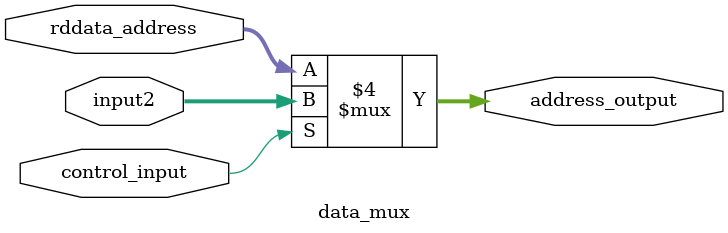
<source format=v>
module data_mux(rddata_address, input2, control_input, address_output);

    input control_input;
    input [31:0] rddata_address;
	 input [31:0] input2;
    output reg [31:0] address_output;

    always @(*) begin
	if (control_input == 0)
	    address_output = rddata_address;
	else
	    address_output = input2;
    end

endmodule

</source>
